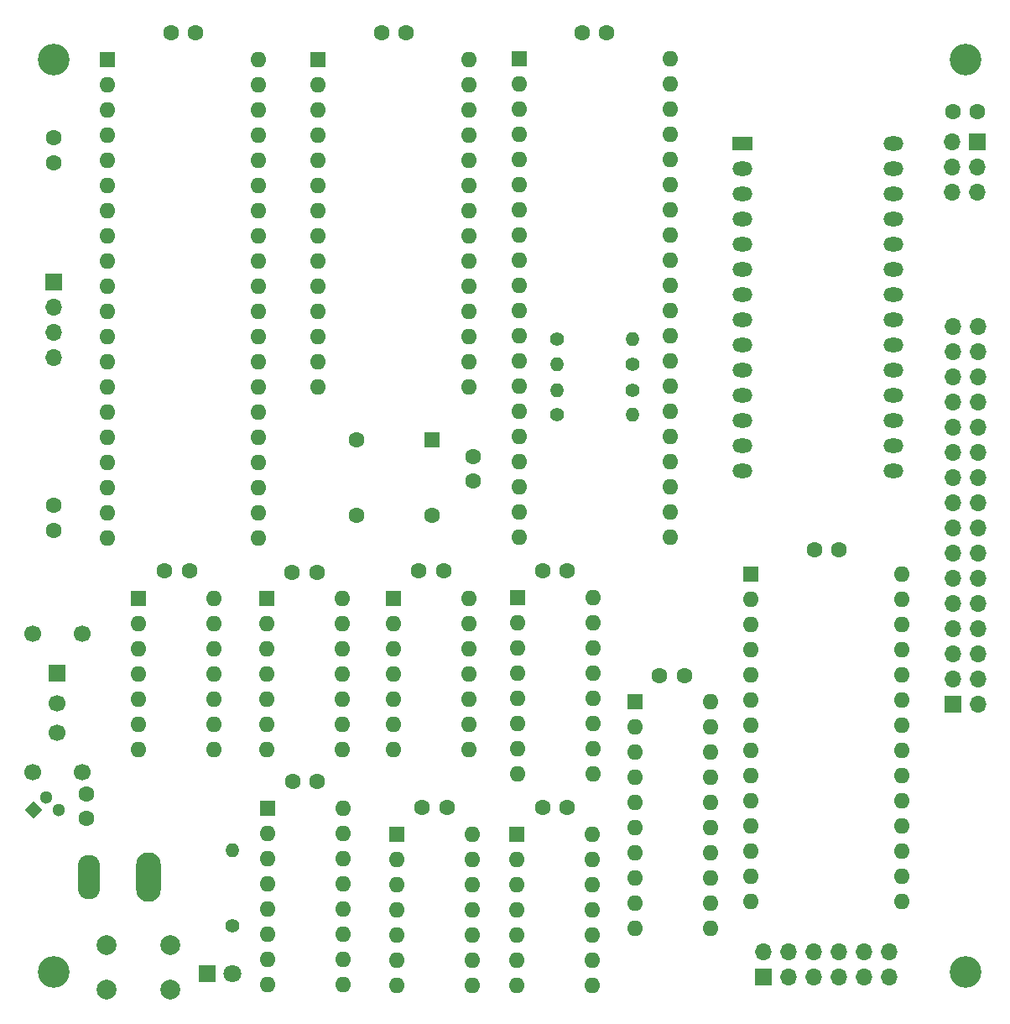
<source format=gbs>
G04 #@! TF.GenerationSoftware,KiCad,Pcbnew,7.0.5*
G04 #@! TF.CreationDate,2023-12-17T10:26:09+13:00*
G04 #@! TF.ProjectId,main_board,6d61696e-5f62-46f6-9172-642e6b696361,2*
G04 #@! TF.SameCoordinates,Original*
G04 #@! TF.FileFunction,Soldermask,Bot*
G04 #@! TF.FilePolarity,Negative*
%FSLAX46Y46*%
G04 Gerber Fmt 4.6, Leading zero omitted, Abs format (unit mm)*
G04 Created by KiCad (PCBNEW 7.0.5) date 2023-12-17 10:26:09*
%MOMM*%
%LPD*%
G01*
G04 APERTURE LIST*
G04 Aperture macros list*
%AMRotRect*
0 Rectangle, with rotation*
0 The origin of the aperture is its center*
0 $1 length*
0 $2 width*
0 $3 Rotation angle, in degrees counterclockwise*
0 Add horizontal line*
21,1,$1,$2,0,0,$3*%
G04 Aperture macros list end*
%ADD10R,1.700000X1.700000*%
%ADD11O,1.700000X1.700000*%
%ADD12C,1.600000*%
%ADD13C,1.400000*%
%ADD14O,1.400000X1.400000*%
%ADD15C,3.200000*%
%ADD16R,1.600000X1.600000*%
%ADD17O,1.600000X1.600000*%
%ADD18R,2.000000X1.440000*%
%ADD19O,2.000000X1.440000*%
%ADD20RotRect,1.300000X1.300000X45.000000*%
%ADD21C,1.300000*%
%ADD22R,1.800000X1.800000*%
%ADD23C,1.800000*%
%ADD24C,1.700000*%
%ADD25C,2.000000*%
%ADD26O,2.500000X5.000000*%
%ADD27O,2.250000X4.500000*%
G04 APERTURE END LIST*
D10*
X90017600Y-71601200D03*
D11*
X90017600Y-74141200D03*
X90017600Y-76681200D03*
X90017600Y-79221200D03*
D12*
X104323200Y-46415000D03*
X101823200Y-46415000D03*
D13*
X140817600Y-84997600D03*
D14*
X148437600Y-84997600D03*
D13*
X140817600Y-77317600D03*
D14*
X148437600Y-77317600D03*
D12*
X123083000Y-46415000D03*
X125583000Y-46415000D03*
D13*
X108077000Y-136525000D03*
D14*
X108077000Y-128905000D03*
D15*
X90000000Y-141140000D03*
D12*
X93268800Y-123190000D03*
X93268800Y-125690000D03*
D16*
X95448200Y-49123600D03*
D17*
X95448200Y-51663600D03*
X95448200Y-54203600D03*
X95448200Y-56743600D03*
X95448200Y-59283600D03*
X95448200Y-61823600D03*
X95448200Y-64363600D03*
X95448200Y-66903600D03*
X95448200Y-69443600D03*
X95448200Y-71983600D03*
X95448200Y-74523600D03*
X95448200Y-77063600D03*
X95448200Y-79603600D03*
X95448200Y-82143600D03*
X95448200Y-84683600D03*
X95448200Y-87223600D03*
X95448200Y-89763600D03*
X95448200Y-92303600D03*
X95448200Y-94843600D03*
X95448200Y-97383600D03*
X110688200Y-97383600D03*
X110688200Y-94843600D03*
X110688200Y-92303600D03*
X110688200Y-89763600D03*
X110688200Y-87223600D03*
X110688200Y-84683600D03*
X110688200Y-82143600D03*
X110688200Y-79603600D03*
X110688200Y-77063600D03*
X110688200Y-74523600D03*
X110688200Y-71983600D03*
X110688200Y-69443600D03*
X110688200Y-66903600D03*
X110688200Y-64363600D03*
X110688200Y-61823600D03*
X110688200Y-59283600D03*
X110688200Y-56743600D03*
X110688200Y-54203600D03*
X110688200Y-51663600D03*
X110688200Y-49123600D03*
D16*
X136965000Y-49073600D03*
D17*
X136965000Y-51613600D03*
X136965000Y-54153600D03*
X136965000Y-56693600D03*
X136965000Y-59233600D03*
X136965000Y-61773600D03*
X136965000Y-64313600D03*
X136965000Y-66853600D03*
X136965000Y-69393600D03*
X136965000Y-71933600D03*
X136965000Y-74473600D03*
X136965000Y-77013600D03*
X136965000Y-79553600D03*
X136965000Y-82093600D03*
X136965000Y-84633600D03*
X136965000Y-87173600D03*
X136965000Y-89713600D03*
X136965000Y-92253600D03*
X136965000Y-94793600D03*
X136965000Y-97333600D03*
X152205000Y-97333600D03*
X152205000Y-94793600D03*
X152205000Y-92253600D03*
X152205000Y-89713600D03*
X152205000Y-87173600D03*
X152205000Y-84633600D03*
X152205000Y-82093600D03*
X152205000Y-79553600D03*
X152205000Y-77013600D03*
X152205000Y-74473600D03*
X152205000Y-71933600D03*
X152205000Y-69393600D03*
X152205000Y-66853600D03*
X152205000Y-64313600D03*
X152205000Y-61773600D03*
X152205000Y-59233600D03*
X152205000Y-56693600D03*
X152205000Y-54153600D03*
X152205000Y-51613600D03*
X152205000Y-49073600D03*
D12*
X145840000Y-46415000D03*
X143340000Y-46415000D03*
D16*
X116645000Y-49123600D03*
D17*
X116645000Y-51663600D03*
X116645000Y-54203600D03*
X116645000Y-56743600D03*
X116645000Y-59283600D03*
X116645000Y-61823600D03*
X116645000Y-64363600D03*
X116645000Y-66903600D03*
X116645000Y-69443600D03*
X116645000Y-71983600D03*
X116645000Y-74523600D03*
X116645000Y-77063600D03*
X116645000Y-79603600D03*
X116645000Y-82143600D03*
X131885000Y-82143600D03*
X131885000Y-79603600D03*
X131885000Y-77063600D03*
X131885000Y-74523600D03*
X131885000Y-71983600D03*
X131885000Y-69443600D03*
X131885000Y-66903600D03*
X131885000Y-64363600D03*
X131885000Y-61823600D03*
X131885000Y-59283600D03*
X131885000Y-56743600D03*
X131885000Y-54203600D03*
X131885000Y-51663600D03*
X131885000Y-49123600D03*
D16*
X148717000Y-113924000D03*
D17*
X148717000Y-116464000D03*
X148717000Y-119004000D03*
X148717000Y-121544000D03*
X148717000Y-124084000D03*
X148717000Y-126624000D03*
X148717000Y-129164000D03*
X148717000Y-131704000D03*
X148717000Y-134244000D03*
X148717000Y-136784000D03*
X156337000Y-136784000D03*
X156337000Y-134244000D03*
X156337000Y-131704000D03*
X156337000Y-129164000D03*
X156337000Y-126624000D03*
X156337000Y-124084000D03*
X156337000Y-121544000D03*
X156337000Y-119004000D03*
X156337000Y-116464000D03*
X156337000Y-113924000D03*
D12*
X114056000Y-100848000D03*
X116556000Y-100848000D03*
X90017600Y-96627000D03*
X90017600Y-94127000D03*
D16*
X98562000Y-103500000D03*
D17*
X98562000Y-106040000D03*
X98562000Y-108580000D03*
X98562000Y-111120000D03*
X98562000Y-113660000D03*
X98562000Y-116200000D03*
X98562000Y-118740000D03*
X106182000Y-118740000D03*
X106182000Y-116200000D03*
X106182000Y-113660000D03*
X106182000Y-111120000D03*
X106182000Y-108580000D03*
X106182000Y-106040000D03*
X106182000Y-103500000D03*
D16*
X160375000Y-101015000D03*
D17*
X160375000Y-103555000D03*
X160375000Y-106095000D03*
X160375000Y-108635000D03*
X160375000Y-111175000D03*
X160375000Y-113715000D03*
X160375000Y-116255000D03*
X160375000Y-118795000D03*
X160375000Y-121335000D03*
X160375000Y-123875000D03*
X160375000Y-126415000D03*
X160375000Y-128955000D03*
X160375000Y-131495000D03*
X160375000Y-134035000D03*
X175615000Y-134035000D03*
X175615000Y-131495000D03*
X175615000Y-128955000D03*
X175615000Y-126415000D03*
X175615000Y-123875000D03*
X175615000Y-121335000D03*
X175615000Y-118795000D03*
X175615000Y-116255000D03*
X175615000Y-113715000D03*
X175615000Y-111175000D03*
X175615000Y-108635000D03*
X175615000Y-106095000D03*
X175615000Y-103555000D03*
X175615000Y-101015000D03*
D16*
X111633000Y-124704000D03*
D17*
X111633000Y-127244000D03*
X111633000Y-129784000D03*
X111633000Y-132324000D03*
X111633000Y-134864000D03*
X111633000Y-137404000D03*
X111633000Y-139944000D03*
X111633000Y-142484000D03*
X119253000Y-142484000D03*
X119253000Y-139944000D03*
X119253000Y-137404000D03*
X119253000Y-134864000D03*
X119253000Y-132324000D03*
X119253000Y-129784000D03*
X119253000Y-127244000D03*
X119253000Y-124704000D03*
D18*
X159477500Y-57610000D03*
D19*
X159477500Y-60150000D03*
X159477500Y-62690000D03*
X159477500Y-65230000D03*
X159477500Y-67770000D03*
X159477500Y-70310000D03*
X159477500Y-72850000D03*
X159477500Y-75390000D03*
X159477500Y-77930000D03*
X159477500Y-80470000D03*
X159477500Y-83010000D03*
X159477500Y-85550000D03*
X159477500Y-88090000D03*
X159477500Y-90630000D03*
X174717500Y-90630000D03*
X174717500Y-88090000D03*
X174717500Y-85550000D03*
X174717500Y-83010000D03*
X174717500Y-80470000D03*
X174717500Y-77930000D03*
X174717500Y-75390000D03*
X174717500Y-72850000D03*
X174717500Y-70310000D03*
X174717500Y-67770000D03*
X174717500Y-65230000D03*
X174717500Y-62690000D03*
X174717500Y-60150000D03*
X174717500Y-57610000D03*
D15*
X182000000Y-49140000D03*
D13*
X148437600Y-79917600D03*
D14*
X140817600Y-79917600D03*
D16*
X128168400Y-87477600D03*
D12*
X120548400Y-87477600D03*
X120548400Y-95097600D03*
X128168400Y-95097600D03*
D20*
X87934800Y-124841000D03*
D21*
X89204800Y-123571000D03*
X90474800Y-124841000D03*
D22*
X105537000Y-141351000D03*
D23*
X108077000Y-141351000D03*
D13*
X148437600Y-82499200D03*
D14*
X140817600Y-82499200D03*
D12*
X101188200Y-100736400D03*
X103688200Y-100736400D03*
D16*
X111506000Y-103535400D03*
D17*
X111506000Y-106075400D03*
X111506000Y-108615400D03*
X111506000Y-111155400D03*
X111506000Y-113695400D03*
X111506000Y-116235400D03*
X111506000Y-118775400D03*
X119126000Y-118775400D03*
X119126000Y-116235400D03*
X119126000Y-113695400D03*
X119126000Y-111155400D03*
X119126000Y-108615400D03*
X119126000Y-106075400D03*
X119126000Y-103535400D03*
D12*
X127193400Y-124572800D03*
X129693400Y-124572800D03*
X141859000Y-124587000D03*
X139359000Y-124587000D03*
X139339000Y-100690600D03*
X141839000Y-100690600D03*
X90017600Y-59517600D03*
X90017600Y-57017600D03*
D24*
X92868000Y-107046000D03*
X87868000Y-107046000D03*
X92868000Y-121046000D03*
X87868000Y-121046000D03*
D10*
X90368000Y-111046000D03*
D24*
X90368000Y-114046000D03*
X90368000Y-117046000D03*
D16*
X136779000Y-127254000D03*
D17*
X136779000Y-129794000D03*
X136779000Y-132334000D03*
X136779000Y-134874000D03*
X136779000Y-137414000D03*
X136779000Y-139954000D03*
X136779000Y-142494000D03*
X144399000Y-142494000D03*
X144399000Y-139954000D03*
X144399000Y-137414000D03*
X144399000Y-134874000D03*
X144399000Y-132334000D03*
X144399000Y-129794000D03*
X144399000Y-127254000D03*
D25*
X95302000Y-138466000D03*
X101802000Y-138466000D03*
X95302000Y-142966000D03*
X101802000Y-142966000D03*
D16*
X136839800Y-103423800D03*
D17*
X136839800Y-105963800D03*
X136839800Y-108503800D03*
X136839800Y-111043800D03*
X136839800Y-113583800D03*
X136839800Y-116123800D03*
X136839800Y-118663800D03*
X136839800Y-121203800D03*
X144459800Y-121203800D03*
X144459800Y-118663800D03*
X144459800Y-116123800D03*
X144459800Y-113583800D03*
X144459800Y-111043800D03*
X144459800Y-108503800D03*
X144459800Y-105963800D03*
X144459800Y-103423800D03*
D12*
X151150000Y-111257000D03*
X153650000Y-111257000D03*
X166771000Y-98602800D03*
X169271000Y-98602800D03*
X180741000Y-54356000D03*
X183241000Y-54356000D03*
D15*
X182000000Y-141140000D03*
D10*
X180746400Y-114198400D03*
D11*
X183286400Y-114198400D03*
X180746400Y-111658400D03*
X183286400Y-111658400D03*
X180746400Y-109118400D03*
X183286400Y-109118400D03*
X180746400Y-106578400D03*
X183286400Y-106578400D03*
X180746400Y-104038400D03*
X183286400Y-104038400D03*
X180746400Y-101498400D03*
X183286400Y-101498400D03*
X180746400Y-98958400D03*
X183286400Y-98958400D03*
X180746400Y-96418400D03*
X183286400Y-96418400D03*
X180746400Y-93878400D03*
X183286400Y-93878400D03*
X180746400Y-91338400D03*
X183286400Y-91338400D03*
X180746400Y-88798400D03*
X183286400Y-88798400D03*
X180746400Y-86258400D03*
X183286400Y-86258400D03*
X180746400Y-83718400D03*
X183286400Y-83718400D03*
X180746400Y-81178400D03*
X183286400Y-81178400D03*
X180746400Y-78638400D03*
X183286400Y-78638400D03*
X180746400Y-76098400D03*
X183286400Y-76098400D03*
D12*
X126842200Y-100718000D03*
X129342200Y-100718000D03*
D26*
X99568000Y-131572000D03*
D27*
X93568000Y-131572000D03*
D15*
X90000000Y-49140000D03*
D12*
X114132200Y-121965800D03*
X116632200Y-121965800D03*
D16*
X124266800Y-103507000D03*
D17*
X124266800Y-106047000D03*
X124266800Y-108587000D03*
X124266800Y-111127000D03*
X124266800Y-113667000D03*
X124266800Y-116207000D03*
X124266800Y-118747000D03*
X131886800Y-118747000D03*
X131886800Y-116207000D03*
X131886800Y-113667000D03*
X131886800Y-111127000D03*
X131886800Y-108587000D03*
X131886800Y-106047000D03*
X131886800Y-103507000D03*
D12*
X132334000Y-91674000D03*
X132334000Y-89174000D03*
D16*
X124597000Y-127249000D03*
D17*
X124597000Y-129789000D03*
X124597000Y-132329000D03*
X124597000Y-134869000D03*
X124597000Y-137409000D03*
X124597000Y-139949000D03*
X124597000Y-142489000D03*
X132217000Y-142489000D03*
X132217000Y-139949000D03*
X132217000Y-137409000D03*
X132217000Y-134869000D03*
X132217000Y-132329000D03*
X132217000Y-129789000D03*
X132217000Y-127249000D03*
D10*
X161650000Y-141665000D03*
D11*
X161650000Y-139125000D03*
X164190000Y-141665000D03*
X164190000Y-139125000D03*
X166730000Y-141665000D03*
X166730000Y-139125000D03*
X169270000Y-141665000D03*
X169270000Y-139125000D03*
X171810000Y-141665000D03*
X171810000Y-139125000D03*
X174350000Y-141665000D03*
X174350000Y-139125000D03*
D10*
X183261000Y-57404000D03*
D11*
X180721000Y-57404000D03*
X183261000Y-59944000D03*
X180721000Y-59944000D03*
X183261000Y-62484000D03*
X180721000Y-62484000D03*
M02*

</source>
